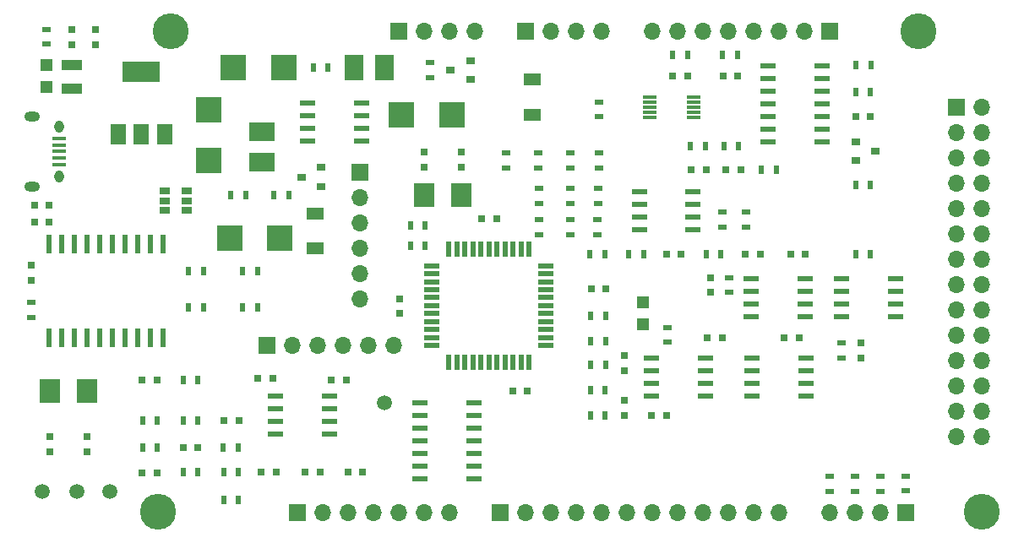
<source format=gts>
G04 #@! TF.FileFunction,Soldermask,Top*
%FSLAX46Y46*%
G04 Gerber Fmt 4.6, Leading zero omitted, Abs format (unit mm)*
G04 Created by KiCad (PCBNEW 4.0.7-e2-6376~58~ubuntu16.04.1) date Tue May 29 09:12:13 2018*
%MOMM*%
%LPD*%
G01*
G04 APERTURE LIST*
%ADD10C,0.100000*%
%ADD11C,3.600000*%
%ADD12R,1.350000X0.400000*%
%ADD13O,0.950000X1.250000*%
%ADD14O,1.550000X1.000000*%
%ADD15R,0.500000X0.900000*%
%ADD16R,1.550000X0.600000*%
%ADD17R,0.600000X1.950000*%
%ADD18R,0.550000X1.500000*%
%ADD19R,1.500000X0.550000*%
%ADD20R,2.500000X2.550000*%
%ADD21R,2.550000X2.500000*%
%ADD22R,1.700000X1.300000*%
%ADD23R,2.030000X1.140000*%
%ADD24R,0.900000X0.800000*%
%ADD25R,1.500000X0.600000*%
%ADD26R,1.060000X0.650000*%
%ADD27R,3.800000X2.000000*%
%ADD28R,1.500000X2.000000*%
%ADD29R,1.400000X0.300000*%
%ADD30R,2.500000X1.950000*%
%ADD31R,1.950000X2.500000*%
%ADD32R,1.700000X1.700000*%
%ADD33O,1.700000X1.700000*%
%ADD34R,0.800000X0.750000*%
%ADD35R,0.750000X0.800000*%
%ADD36R,0.900000X0.500000*%
%ADD37C,1.500000*%
%ADD38R,2.000000X2.400000*%
%ADD39R,1.200000X1.200000*%
G04 APERTURE END LIST*
D10*
D11*
X187420000Y-111010000D03*
D12*
X94980000Y-73560000D03*
X94980000Y-74210000D03*
X94980000Y-74860000D03*
X94980000Y-75510000D03*
X94980000Y-76160000D03*
D13*
X94980000Y-72360000D03*
X94980000Y-77360000D03*
D14*
X92280000Y-71360000D03*
X92280000Y-78360000D03*
D15*
X112960000Y-107010000D03*
X111460000Y-107010000D03*
D16*
X154370000Y-95595000D03*
X154370000Y-96865000D03*
X154370000Y-98135000D03*
X154370000Y-99405000D03*
X159770000Y-99405000D03*
X159770000Y-98135000D03*
X159770000Y-96865000D03*
X159770000Y-95595000D03*
D17*
X93995000Y-93510000D03*
X95265000Y-93510000D03*
X96535000Y-93510000D03*
X97805000Y-93510000D03*
X99075000Y-93510000D03*
X100345000Y-93510000D03*
X101615000Y-93510000D03*
X102885000Y-93510000D03*
X104155000Y-93510000D03*
X105425000Y-93510000D03*
X105425000Y-84110000D03*
X104155000Y-84110000D03*
X102885000Y-84110000D03*
X101615000Y-84110000D03*
X100345000Y-84110000D03*
X99075000Y-84110000D03*
X97805000Y-84110000D03*
X96535000Y-84110000D03*
X95265000Y-84110000D03*
X93995000Y-84110000D03*
D18*
X134060000Y-96020000D03*
X134860000Y-96020000D03*
X135660000Y-96020000D03*
X136460000Y-96020000D03*
X137260000Y-96020000D03*
X138060000Y-96020000D03*
X138860000Y-96020000D03*
X139660000Y-96020000D03*
X140460000Y-96020000D03*
X141260000Y-96020000D03*
X142060000Y-96020000D03*
D19*
X143760000Y-94320000D03*
X143760000Y-93520000D03*
X143760000Y-92720000D03*
X143760000Y-91920000D03*
X143760000Y-91120000D03*
X143760000Y-90320000D03*
X143760000Y-89520000D03*
X143760000Y-88720000D03*
X143760000Y-87920000D03*
X143760000Y-87120000D03*
X143760000Y-86320000D03*
D18*
X142060000Y-84620000D03*
X141260000Y-84620000D03*
X140460000Y-84620000D03*
X139660000Y-84620000D03*
X138860000Y-84620000D03*
X138060000Y-84620000D03*
X137260000Y-84620000D03*
X136460000Y-84620000D03*
X135660000Y-84620000D03*
X134860000Y-84620000D03*
X134060000Y-84620000D03*
D19*
X132360000Y-86320000D03*
X132360000Y-87120000D03*
X132360000Y-87920000D03*
X132360000Y-88720000D03*
X132360000Y-89520000D03*
X132360000Y-90320000D03*
X132360000Y-91120000D03*
X132360000Y-91920000D03*
X132360000Y-92720000D03*
X132360000Y-93520000D03*
X132360000Y-94320000D03*
D20*
X109950000Y-75725000D03*
X109950000Y-70675000D03*
D21*
X117105000Y-83570000D03*
X112055000Y-83570000D03*
X134325000Y-71200000D03*
X129275000Y-71200000D03*
X112465000Y-66480000D03*
X117515000Y-66480000D03*
D22*
X120640000Y-84570000D03*
X120640000Y-81070000D03*
X142380000Y-67670000D03*
X142380000Y-71170000D03*
D23*
X96300000Y-68600000D03*
X96300000Y-66200000D03*
D24*
X174800000Y-73870000D03*
X174800000Y-75770000D03*
X176800000Y-74820000D03*
D25*
X131160000Y-100040000D03*
X131160000Y-101310000D03*
X131160000Y-102580000D03*
X131160000Y-103850000D03*
X131160000Y-105120000D03*
X131160000Y-106390000D03*
X131160000Y-107660000D03*
X136560000Y-107660000D03*
X136560000Y-106390000D03*
X136560000Y-105120000D03*
X136560000Y-103850000D03*
X136560000Y-102580000D03*
X136560000Y-101310000D03*
X136560000Y-100040000D03*
D26*
X105550000Y-78850000D03*
X105550000Y-79800000D03*
X105550000Y-80750000D03*
X107750000Y-80750000D03*
X107750000Y-78850000D03*
X107750000Y-79800000D03*
D16*
X125300000Y-73855000D03*
X125300000Y-72585000D03*
X125300000Y-71315000D03*
X125300000Y-70045000D03*
X119900000Y-70045000D03*
X119900000Y-71315000D03*
X119900000Y-72585000D03*
X119900000Y-73855000D03*
D27*
X103240000Y-66840000D03*
D28*
X103240000Y-73140000D03*
X105540000Y-73140000D03*
X100940000Y-73140000D03*
D25*
X166050000Y-66240000D03*
X166050000Y-67510000D03*
X166050000Y-68780000D03*
X166050000Y-70050000D03*
X166050000Y-71320000D03*
X166050000Y-72590000D03*
X166050000Y-73860000D03*
X171450000Y-73860000D03*
X171450000Y-72590000D03*
X171450000Y-71320000D03*
X171450000Y-70050000D03*
X171450000Y-68780000D03*
X171450000Y-67510000D03*
X171450000Y-66240000D03*
D16*
X164370000Y-87625000D03*
X164370000Y-88895000D03*
X164370000Y-90165000D03*
X164370000Y-91435000D03*
X169770000Y-91435000D03*
X169770000Y-90165000D03*
X169770000Y-88895000D03*
X169770000Y-87625000D03*
D29*
X154150000Y-69450000D03*
X154150000Y-69950000D03*
X154150000Y-70450000D03*
X154150000Y-70950000D03*
X154150000Y-71450000D03*
X158550000Y-71450000D03*
X158550000Y-70950000D03*
X158550000Y-70450000D03*
X158550000Y-69950000D03*
X158550000Y-69450000D03*
D16*
X173410000Y-87615000D03*
X173410000Y-88885000D03*
X173410000Y-90155000D03*
X173410000Y-91425000D03*
X178810000Y-91425000D03*
X178810000Y-90155000D03*
X178810000Y-88885000D03*
X178810000Y-87615000D03*
X164410000Y-95595000D03*
X164410000Y-96865000D03*
X164410000Y-98135000D03*
X164410000Y-99405000D03*
X169810000Y-99405000D03*
X169810000Y-98135000D03*
X169810000Y-96865000D03*
X169810000Y-95595000D03*
X122060000Y-103155000D03*
X122060000Y-101885000D03*
X122060000Y-100615000D03*
X122060000Y-99345000D03*
X116660000Y-99345000D03*
X116660000Y-100615000D03*
X116660000Y-101885000D03*
X116660000Y-103155000D03*
X153130000Y-78885000D03*
X153130000Y-80155000D03*
X153130000Y-81425000D03*
X153130000Y-82695000D03*
X158530000Y-82695000D03*
X158530000Y-81425000D03*
X158530000Y-80155000D03*
X158530000Y-78885000D03*
D24*
X121260000Y-78380000D03*
X121260000Y-76480000D03*
X119260000Y-77430000D03*
X136230000Y-67660000D03*
X136230000Y-65760000D03*
X134230000Y-66710000D03*
D30*
X115350000Y-75925000D03*
X115350000Y-72875000D03*
D31*
X127605000Y-66480000D03*
X124555000Y-66480000D03*
D32*
X129030000Y-62790000D03*
D33*
X131570000Y-62790000D03*
X134110000Y-62790000D03*
X136650000Y-62790000D03*
D34*
X94000000Y-81970000D03*
X92500000Y-81970000D03*
X92500000Y-80240000D03*
X94000000Y-80240000D03*
D35*
X129130000Y-89610000D03*
X129130000Y-91110000D03*
X92190000Y-86260000D03*
X92190000Y-87760000D03*
D34*
X103320000Y-107060000D03*
X104820000Y-107060000D03*
X103290000Y-97760000D03*
X104790000Y-97760000D03*
D35*
X131600000Y-76440000D03*
X131600000Y-74940000D03*
D34*
X125410000Y-107020000D03*
X123910000Y-107020000D03*
D35*
X135290000Y-76440000D03*
X135290000Y-74940000D03*
D34*
X138810000Y-81630000D03*
X137310000Y-81630000D03*
D35*
X98660000Y-64130000D03*
X98660000Y-62630000D03*
D34*
X148300000Y-88620000D03*
X149800000Y-88620000D03*
D35*
X96300000Y-64130000D03*
X96300000Y-62630000D03*
D34*
X141920000Y-98840000D03*
X140420000Y-98840000D03*
X167670000Y-93540000D03*
X169170000Y-93540000D03*
D35*
X160290000Y-89000000D03*
X160290000Y-87500000D03*
D34*
X156470000Y-67300000D03*
X157970000Y-67300000D03*
X165220000Y-85160000D03*
X163720000Y-85160000D03*
X169770000Y-85160000D03*
X168270000Y-85160000D03*
X163000000Y-67300000D03*
X161500000Y-67300000D03*
X154370000Y-101310000D03*
X155870000Y-101310000D03*
D35*
X151610000Y-96860000D03*
X151610000Y-95360000D03*
D34*
X111480000Y-101880000D03*
X112980000Y-101880000D03*
X161430000Y-93540000D03*
X159930000Y-93540000D03*
X176300000Y-71330000D03*
X174800000Y-71330000D03*
X119620000Y-107010000D03*
X121120000Y-107010000D03*
X155840000Y-85160000D03*
X157340000Y-85160000D03*
X116390000Y-97630000D03*
X114890000Y-97630000D03*
X116760000Y-107010000D03*
X115260000Y-107010000D03*
X159830000Y-76720000D03*
X158330000Y-76720000D03*
X123770000Y-97740000D03*
X122270000Y-97740000D03*
D35*
X175340000Y-95590000D03*
X175340000Y-94090000D03*
D34*
X107410000Y-104520000D03*
X108910000Y-104520000D03*
D35*
X151610000Y-101350000D03*
X151610000Y-99850000D03*
D34*
X163310000Y-76730000D03*
X161810000Y-76730000D03*
D36*
X139760000Y-76500000D03*
X139760000Y-75000000D03*
D15*
X131670000Y-84330000D03*
X130170000Y-84330000D03*
X131670000Y-82240000D03*
X130170000Y-82240000D03*
X113670000Y-79210000D03*
X112170000Y-79210000D03*
X116480000Y-79220000D03*
X117980000Y-79220000D03*
D36*
X172210000Y-108930000D03*
X172210000Y-107430000D03*
X174760000Y-108910000D03*
X174760000Y-107410000D03*
X177290000Y-108910000D03*
X177290000Y-107410000D03*
X179830000Y-108890000D03*
X179830000Y-107390000D03*
X132120000Y-67470000D03*
X132120000Y-65970000D03*
X143030000Y-75020000D03*
X143030000Y-76520000D03*
D15*
X121950000Y-66480000D03*
X120450000Y-66480000D03*
X148200000Y-85140000D03*
X149700000Y-85140000D03*
X112940000Y-104530000D03*
X111440000Y-104530000D03*
D36*
X146210000Y-78590000D03*
X146210000Y-80090000D03*
X146210000Y-76520000D03*
X146210000Y-75020000D03*
D15*
X156470000Y-65140000D03*
X157970000Y-65140000D03*
X161480000Y-65140000D03*
X162980000Y-65140000D03*
D36*
X162160000Y-87510000D03*
X162160000Y-89010000D03*
X173390000Y-94080000D03*
X173390000Y-95580000D03*
D15*
X176300000Y-85130000D03*
X174800000Y-85130000D03*
X161320000Y-85160000D03*
X159820000Y-85160000D03*
X176290000Y-68930000D03*
X174790000Y-68930000D03*
X176350000Y-66230000D03*
X174850000Y-66230000D03*
D36*
X149050000Y-69890000D03*
X149050000Y-71390000D03*
D15*
X149740000Y-96260000D03*
X148240000Y-96260000D03*
X149710000Y-101350000D03*
X148210000Y-101350000D03*
X148220000Y-98800000D03*
X149720000Y-98800000D03*
D36*
X146200000Y-83210000D03*
X146200000Y-81710000D03*
X148950000Y-83210000D03*
X148950000Y-81710000D03*
D15*
X152040000Y-85140000D03*
X153540000Y-85140000D03*
D36*
X155960000Y-92500000D03*
X155960000Y-94000000D03*
D15*
X158250000Y-74290000D03*
X159750000Y-74290000D03*
X176300000Y-78230000D03*
X174800000Y-78230000D03*
X161590000Y-74290000D03*
X163090000Y-74290000D03*
D36*
X149050000Y-76520000D03*
X149050000Y-75020000D03*
D15*
X165350000Y-76730000D03*
X166850000Y-76730000D03*
X108910000Y-107040000D03*
X107410000Y-107040000D03*
X108910000Y-97760000D03*
X107410000Y-97760000D03*
X107410000Y-101880000D03*
X108910000Y-101880000D03*
X103330000Y-101880000D03*
X104830000Y-101880000D03*
X111460000Y-109790000D03*
X112960000Y-109790000D03*
D36*
X149020000Y-78590000D03*
X149020000Y-80090000D03*
X161425000Y-82425000D03*
X161425000Y-80925000D03*
X163820000Y-82420000D03*
X163820000Y-80920000D03*
D15*
X148250000Y-93880000D03*
X149750000Y-93880000D03*
X149760000Y-91300000D03*
X148260000Y-91300000D03*
D36*
X93680000Y-64120000D03*
X93680000Y-62620000D03*
D15*
X109460000Y-86830000D03*
X107960000Y-86830000D03*
X109460000Y-90470000D03*
X107960000Y-90470000D03*
X114870000Y-86830000D03*
X113370000Y-86830000D03*
X114870000Y-90460000D03*
X113370000Y-90460000D03*
D36*
X92200000Y-89970000D03*
X92200000Y-91470000D03*
D37*
X100050000Y-108970000D03*
X96740000Y-108970000D03*
X127550000Y-100040000D03*
X93260000Y-108990000D03*
D35*
X94060000Y-104970000D03*
X94060000Y-103470000D03*
X97760000Y-104970000D03*
X97760000Y-103470000D03*
D38*
X94060000Y-98840000D03*
X97760000Y-98840000D03*
D36*
X143070000Y-83210000D03*
X143070000Y-81710000D03*
D39*
X153480000Y-92170000D03*
X153480000Y-89970000D03*
X93680000Y-66220000D03*
X93680000Y-68420000D03*
D38*
X131590000Y-79210000D03*
X135290000Y-79210000D03*
D32*
X141740000Y-62780000D03*
D33*
X144280000Y-62780000D03*
X146820000Y-62780000D03*
X149360000Y-62780000D03*
D32*
X179840000Y-111040000D03*
D33*
X177300000Y-111040000D03*
X174760000Y-111040000D03*
X172220000Y-111040000D03*
D11*
X181090000Y-62780000D03*
X106150000Y-62770000D03*
X104880000Y-111020000D03*
D32*
X139200000Y-111040000D03*
D33*
X141740000Y-111040000D03*
X144280000Y-111040000D03*
X146820000Y-111040000D03*
X149360000Y-111040000D03*
X151900000Y-111040000D03*
X154440000Y-111040000D03*
X156980000Y-111040000D03*
X159520000Y-111040000D03*
X162060000Y-111040000D03*
X164600000Y-111040000D03*
X167140000Y-111040000D03*
D32*
X184890000Y-70410000D03*
D33*
X187430000Y-70410000D03*
X184890000Y-72950000D03*
X187430000Y-72950000D03*
X184890000Y-75490000D03*
X187430000Y-75490000D03*
X184890000Y-78030000D03*
X187430000Y-78030000D03*
X184890000Y-80570000D03*
X187430000Y-80570000D03*
X184890000Y-83110000D03*
X187430000Y-83110000D03*
X184890000Y-85650000D03*
X187430000Y-85650000D03*
X184890000Y-88190000D03*
X187430000Y-88190000D03*
X184890000Y-90730000D03*
X187430000Y-90730000D03*
X184890000Y-93270000D03*
X187430000Y-93270000D03*
X184890000Y-95810000D03*
X187430000Y-95810000D03*
X184890000Y-98350000D03*
X187430000Y-98350000D03*
X184890000Y-100890000D03*
X187430000Y-100890000D03*
X184890000Y-103430000D03*
X187430000Y-103430000D03*
D15*
X103330000Y-104520000D03*
X104830000Y-104520000D03*
D32*
X115820000Y-94340000D03*
D33*
X118360000Y-94340000D03*
X120900000Y-94340000D03*
X123440000Y-94340000D03*
X125980000Y-94340000D03*
X128520000Y-94340000D03*
D36*
X143070000Y-80090000D03*
X143070000Y-78590000D03*
D32*
X125170000Y-76950000D03*
D33*
X125170000Y-79490000D03*
X125170000Y-82030000D03*
X125170000Y-84570000D03*
X125170000Y-87110000D03*
X125170000Y-89650000D03*
D32*
X118880000Y-111090000D03*
D33*
X121420000Y-111090000D03*
X123960000Y-111090000D03*
X126500000Y-111090000D03*
X129040000Y-111090000D03*
X131580000Y-111090000D03*
X134120000Y-111090000D03*
D32*
X172220000Y-62770000D03*
D33*
X169680000Y-62770000D03*
X167140000Y-62770000D03*
X164600000Y-62770000D03*
X162060000Y-62770000D03*
X159520000Y-62770000D03*
X156980000Y-62770000D03*
X154440000Y-62770000D03*
M02*

</source>
